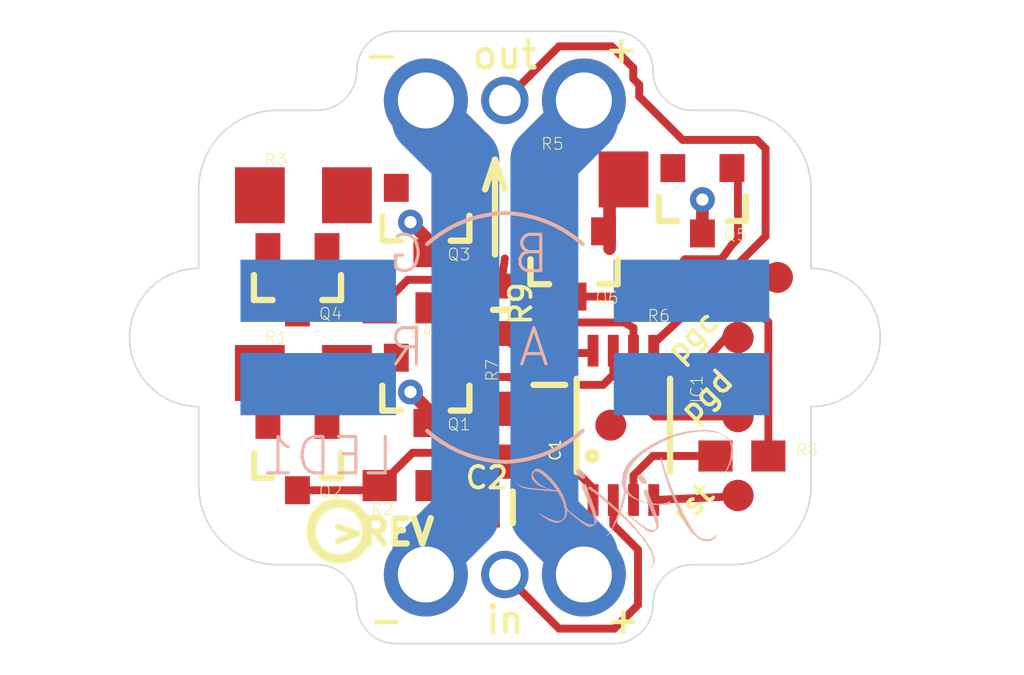
<source format=kicad_pcb>
(kicad_pcb (version 20211014) (generator pcbnew)
  (layers (0 "F.Cu" signal) (1 "In1.Cu" signal) (2 "In2.Cu" signal) (3 "In3.Cu" signal) (4 "In4.Cu" signal) (5 "In5.Cu" signal) (6 "In6.Cu" signal) (7 "In7.Cu" signal) (8 "In8.Cu" signal) (9 "In9.Cu" signal) (10 "In10.Cu" signal) (11 "In11.Cu" signal) (12 "In12.Cu" signal) (13 "In13.Cu" signal) (14 "In14.Cu" signal) (31 "B.Cu" signal) (34 "B.Paste" user) (35 "F.Paste" user) (36 "B.SilkS" user "B.Silkscreen") (37 "F.SilkS" user "F.Silkscreen") (38 "B.Mask" user) (39 "F.Mask" user) (44 "Edge.Cuts" user))
  (net 0 "")
  (net 1 "N$1")
  (net 2 "N$2")
  (net 3 "N$3")
  (net 4 "GND")
  (net 5 "5V")
  (net 6 "N$13")
  (net 7 "N$8")
  (net 8 "N$4")
  (net 9 "R")
  (net 10 "N$6")
  (net 11 "G")
  (net 12 "N$15")
  (net 13 "B")
  (net 14 "DIN")
  (net 15 "N$10")
  (net 16 "N$11")
  (net 17 "N$12")
  (net 18 "N$17")
  (net 19 "DGND")
  (net 20 "DOUT")
  (footprint "boardEagle:1X03-0.1PWR+SIG" (layer "F.Cu") (at 148.5011 97.3836 180)
    (fp_text reference "OUT0" hide)
    (fp_text value "" hide)
    (pad "P$1" thru_hole circle (at -2.54 0 180) (size 2.7 2.7) (drill 1.8) (layers *.Cu *.Mask) (net 5 "5V"))
    (pad "P$2" thru_hole circle (at 0 0 180) (size 1.524 1.524) (drill 1.016) (layers *.Cu *.Mask) (net 7 "N$8"))
    (pad "P$3" thru_hole circle (at 2.54 0 180) (size 2.7 2.7) (drill 1.8) (layers *.Cu *.Mask) (net 4 "GND"))
  )
  (footprint "boardEagle:FIDUCIAL_1MM" (layer "F.Cu") (at 151.9047 107.823)
    (fp_text reference "U$6" hide)
    (fp_text value "FIDUCIAL\"\"" hide)
    (pad "1" smd roundrect (at 0 0) (size 1 1) (layers "F.Cu" "F.Mask") (roundrect_rratio 0.5))
  )
  (footprint "boardEagle:1206" (layer "F.Cu") (at 142.0241 106.1466)
    (fp_text reference "R1" (at -1.27 -1.143) (layer "F.SilkS") (effects (font (size 0.376489 0.376489) (thickness 0.029911)) (justify left)))
    (fp_text value "1.74 0.25W")
    (pad "1" smd rect (at -1.4 0) (size 1.6 1.8) (layers "F.Cu" "F.Paste" "F.Mask") (net 4 "GND"))
    (pad "2" smd rect (at 1.4 0) (size 1.6 1.8) (layers "F.Cu" "F.Paste" "F.Mask") (net 8 "N$4"))
  )
  (footprint "boardEagle:SOT23-3" (layer "F.Cu") (at 150.7236 102.5906 180)
    (fp_text reference "Q6" (at -1.4605 -1.143) (layer "F.SilkS") (effects (font (size 0.376489 0.376489) (thickness 0.029911)) (justify right)))
    (fp_text value "MMBT2222A")
    (pad "1" smd rect (at -0.95 1 180) (size 0.8 0.9) (layers "F.Cu" "F.Paste" "F.Mask") (net 12 "N$15"))
    (pad "2" smd rect (at 0.95 1 180) (size 0.8 0.9) (layers "F.Cu" "F.Paste" "F.Mask") (net 4 "GND"))
    (pad "3" smd rect (at 0 -1.1 180) (size 0.8 0.9) (layers "F.Cu" "F.Paste" "F.Mask") (net 16 "N$11"))
  )
  (footprint "" (layer "F.Cu") (at 158.6611 105.0036)
    (fp_text reference "@HOLE1" hide)
    (fp_text value "" (at 0 0) (layer "F.SilkS") (effects (font (size 1.27 1.27))))
    (pad "" np_thru_hole circle (at 0 0) (size 2 2) (drill 2) (layers *.Cu *.Mask))
  )
  (footprint "boardEagle:_0805MP" (layer "F.Cu") (at 148.7551 110.4646)
    (fp_text reference "C2" (at -1.5875 -0.9525) (layer "F.SilkS") (effects (font (size 0.692831 0.692831) (thickness 0.119969)) (justify left)))
    (fp_text value "22uF,6.3V")
    (pad "1" smd rect (at -1.016 0) (size 1.2 1.3) (layers "F.Cu" "F.Paste" "F.Mask") (net 4 "GND"))
    (pad "2" smd rect (at 1.016 0) (size 1.2 1.3) (layers "F.Cu" "F.Paste" "F.Mask") (net 5 "5V"))
  )
  (footprint "boardEagle:1206" (layer "F.Cu") (at 150.9141 99.9236)
    (fp_text reference "R5" (at -1.27 -1.143) (layer "F.SilkS") (effects (font (size 0.376489 0.376489) (thickness 0.029911)) (justify left)))
    (fp_text value "1.74 0.25W")
    (pad "1" smd rect (at -1.4 0) (size 1.6 1.8) (layers "F.Cu" "F.Paste" "F.Mask") (net 4 "GND"))
    (pad "2" smd rect (at 1.4 0) (size 1.6 1.8) (layers "F.Cu" "F.Paste" "F.Mask") (net 12 "N$15"))
  )
  (footprint "boardEagle:0603-RES" (layer "F.Cu") (at 145.3261 109.7661 180)
    (fp_text reference "R2" (at 0.381 -0.762) (layer "F.SilkS") (effects (font (size 0.376489 0.376489) (thickness 0.029911)) (justify right)))
    (fp_text value "47k")
    (pad "1" smd rect (at -0.85 0 180) (size 1.1 1) (layers "F.Cu" "F.Paste" "F.Mask") (net 9 "R"))
    (pad "2" smd rect (at 0.85 0 180) (size 1.1 1) (layers "F.Cu" "F.Paste" "F.Mask") (net 18 "N$17"))
  )
  (footprint "boardEagle:ALIGN_CROSS" (layer "F.Cu") (at 138.6586 95.1611)
    (fp_text reference "U$1" hide)
    (fp_text value "ALIGN_CROSS" hide)
  )
  (footprint "boardEagle:_0805MP" (layer "F.Cu") (at 149.92985 106.5276 90)
    (fp_text reference "C1" (at -2.4765 0.1905 90) (layer "F.SilkS") (effects (font (size 0.35308 0.35308) (thickness 0.05332)) (justify left)))
    (fp_text value "22uF,6.3V" hide)
    (pad "1" smd rect (at -1.016 0 90) (size 1.2 1.3) (layers "F.Cu" "F.Paste" "F.Mask") (net 6 "N$13"))
    (pad "2" smd rect (at 1.016 0 90) (size 1.2 1.3) (layers "F.Cu" "F.Paste" "F.Mask") (net 19 "DGND"))
  )
  (footprint "boardEagle:MSOP-8" (layer "F.Cu") (at 152.3111 107.82935)
    (fp_text reference "IC1" (at 2.3575 -0.6875 90) (layer "F.SilkS") (effects (font (size 0.376489 0.376489) (thickness 0.029911)) (justify left)))
    (fp_text value "PIC12(L)F157X")
    (pad "1" smd rect (at -0.975 2.4) (size 0.35 1.02) (layers "F.Cu" "F.Paste" "F.Mask") (net 6 "N$13"))
    (pad "2" smd rect (at -0.325 2.4) (size 0.35 1.02) (layers "F.Cu" "F.Paste" "F.Mask") (net 14 "DIN"))
    (pad "3" smd rect (at 0.325 2.4) (size 0.35 1.02) (layers "F.Cu" "F.Paste" "F.Mask") (net 20 "DOUT"))
    (pad "4" smd rect (at 0.975 2.4) (size 0.35 1.02) (layers "F.Cu" "F.Paste" "F.Mask") (net 15 "N$10"))
    (pad "5" smd rect (at 0.975 -2.4) (size 0.35 1.02) (layers "F.Cu" "F.Paste" "F.Mask") (net 13 "B"))
    (pad "6" smd rect (at 0.325 -2.4) (size 0.35 1.02) (layers "F.Cu" "F.Paste" "F.Mask") (net 11 "G"))
    (pad "7" smd rect (at -0.325 -2.4) (size 0.35 1.02) (layers "F.Cu" "F.Paste" "F.Mask") (net 9 "R"))
    (pad "8" smd rect (at -0.975 -2.4) (size 0.35 1.02) (layers "F.Cu" "F.Paste" "F.Mask") (net 19 "DGND"))
  )
  (footprint "boardEagle:1X03-0.1PWR+SIG" (layer "F.Cu") (at 148.5011 112.6236 180)
    (fp_text reference "IN0" hide)
    (fp_text value "" hide)
    (pad "P$1" thru_hole circle (at -2.54 0 180) (size 2.7 2.7) (drill 1.8) (layers *.Cu *.Mask) (net 5 "5V"))
    (pad "P$2" thru_hole circle (at 0 0 180) (size 1.524 1.524) (drill 1.016) (layers *.Cu *.Mask) (net 14 "DIN"))
    (pad "P$3" thru_hole circle (at 2.54 0 180) (size 2.7 2.7) (drill 1.8) (layers *.Cu *.Mask) (net 4 "GND"))
  )
  (footprint "boardEagle:PCBFEAT-REV-040" (layer "F.Cu") (at 143.1671 111.2266)
    (fp_text reference "U$8" hide)
    (fp_text value "" hide)
    (fp_text user ">REV" (at -0.3556 0.508) (layer "F.SilkS") (effects (font (size 0.8128 0.8128) (thickness 0.2032)) (justify left bottom)))
  )
  (footprint "boardEagle:ALIGN_CROSS" (layer "F.Cu") (at 158.3436 95.1611)
    (fp_text reference "U$2" hide)
    (fp_text value "ALIGN_CROSS" hide)
  )
  (footprint "boardEagle:_0603MP" (layer "F.Cu") (at 148.3741 104.1146 -90)
    (fp_text reference "R9" (at -0.9525 -0.635 90) (layer "F.SilkS") (effects (font (size 0.692831 0.692831) (thickness 0.119969)) (justify right)))
    (fp_text value "100")
    (pad "1" smd rect (at -0.762 0 270) (size 0.8 0.8) (layers "F.Cu" "F.Paste" "F.Mask") (net 4 "GND"))
    (pad "2" smd rect (at 0.762 0 270) (size 0.8 0.8) (layers "F.Cu" "F.Paste" "F.Mask") (net 19 "DGND"))
  )
  (footprint "boardEagle:0603-RES" (layer "F.Cu") (at 145.3261 104.0511 180)
    (fp_text reference "R4" (at -0.889 -0.762) (layer "F.SilkS") (effects (font (size 0.376489 0.376489) (thickness 0.029911)) (justify right)))
    (fp_text value "47k")
    (pad "1" smd rect (at -0.85 0 180) (size 1.1 1) (layers "F.Cu" "F.Paste" "F.Mask") (net 11 "G"))
    (pad "2" smd rect (at 0.85 0 180) (size 1.1 1) (layers "F.Cu" "F.Paste" "F.Mask") (net 17 "N$12"))
  )
  (footprint "boardEagle:PAD.03X.04" (layer "F.Cu") (at 155.9941 107.5436)
    (fp_text reference "PGD0" hide)
    (fp_text value "TEST-POINT3X4" hide)
    (pad "P$1" smd roundrect (at 0 0) (size 1.016 1.016) (layers "F.Cu" "F.Mask") (roundrect_rratio 0.5) (net 9 "R"))
  )
  (footprint "boardEagle:SOT23-3" (layer "F.Cu") (at 154.8511 100.5586 180)
    (fp_text reference "Q5" (at -1.4605 -1.143) (layer "F.SilkS") (effects (font (size 0.376489 0.376489) (thickness 0.029911)) (justify right)))
    (fp_text value "IRLML2060TRPBF")
    (pad "1" smd rect (at -0.95 1 180) (size 0.8 0.9) (layers "F.Cu" "F.Paste" "F.Mask") (net 16 "N$11"))
    (pad "2" smd rect (at 0.95 1 180) (size 0.8 0.9) (layers "F.Cu" "F.Paste" "F.Mask") (net 12 "N$15"))
    (pad "3" smd rect (at 0 -1.1 180) (size 0.8 0.9) (layers "F.Cu" "F.Paste" "F.Mask") (net 3 "N$3"))
  )
  (footprint "boardEagle:FIDUCIAL_1MM" (layer "F.Cu") (at 157.2641 103.0732)
    (fp_text reference "U$7" hide)
    (fp_text value "FIDUCIAL\"\"" hide)
    (pad "1" smd roundrect (at 0 0) (size 1 1) (layers "F.Cu" "F.Mask") (roundrect_rratio 0.5))
  )
  (footprint "boardEagle:SOT23-3" (layer "F.Cu") (at 141.8336 108.8136 180)
    (fp_text reference "Q2" (at -1.4605 -1.143) (layer "F.SilkS") (effects (font (size 0.376489 0.376489) (thickness 0.029911)) (justify right)))
    (fp_text value "MMBT2222A")
    (pad "1" smd rect (at -0.95 1 180) (size 0.8 0.9) (layers "F.Cu" "F.Paste" "F.Mask") (net 8 "N$4"))
    (pad "2" smd rect (at 0.95 1 180) (size 0.8 0.9) (layers "F.Cu" "F.Paste" "F.Mask") (net 4 "GND"))
    (pad "3" smd rect (at 0 -1.1 180) (size 0.8 0.9) (layers "F.Cu" "F.Paste" "F.Mask") (net 18 "N$17"))
  )
  (footprint "boardEagle:SOT23-3" (layer "F.Cu") (at 145.9611 106.6546 180)
    (fp_text reference "Q1" (at -1.4605 -1.143) (layer "F.SilkS") (effects (font (size 0.376489 0.376489) (thickness 0.029911)) (justify right)))
    (fp_text value "IRLML2060TRPBF")
    (pad "1" smd rect (at -0.95 1 180) (size 0.8 0.9) (layers "F.Cu" "F.Paste" "F.Mask") (net 18 "N$17"))
    (pad "2" smd rect (at 0.95 1 180) (size 0.8 0.9) (layers "F.Cu" "F.Paste" "F.Mask") (net 8 "N$4"))
    (pad "3" smd rect (at 0 -1.1 180) (size 0.8 0.9) (layers "F.Cu" "F.Paste" "F.Mask") (net 1 "N$1"))
  )
  (footprint "boardEagle:1206" (layer "F.Cu") (at 142.0241 100.4316)
    (fp_text reference "R3" (at -1.27 -1.143) (layer "F.SilkS") (effects (font (size 0.376489 0.376489) (thickness 0.029911)) (justify left)))
    (fp_text value "1.74 0.25W")
    (pad "1" smd rect (at -1.4 0) (size 1.6 1.8) (layers "F.Cu" "F.Paste" "F.Mask") (net 4 "GND"))
    (pad "2" smd rect (at 1.4 0) (size 1.6 1.8) (layers "F.Cu" "F.Paste" "F.Mask") (net 10 "N$6"))
  )
  (footprint "" (layer "F.Cu") (at 138.3411 105.0036)
    (fp_text reference "@HOLE0" hide)
    (fp_text value "" (at 0 0) (layer "F.SilkS") (effects (font (size 1.27 1.27))))
    (pad "" np_thru_hole circle (at 0 0) (size 2 2) (drill 2) (layers *.Cu *.Mask))
  )
  (footprint "boardEagle:0603-RES" (layer "F.Cu") (at 154.2161 103.5431 180)
    (fp_text reference "R6" (at 0.381 -0.762) (layer "F.SilkS") (effects (font (size 0.376489 0.376489) (thickness 0.029911)) (justify right)))
    (fp_text value "47k")
    (pad "1" smd rect (at -0.85 0 180) (size 1.1 1) (layers "F.Cu" "F.Paste" "F.Mask") (net 13 "B"))
    (pad "2" smd rect (at 0.85 0 180) (size 1.1 1) (layers "F.Cu" "F.Paste" "F.Mask") (net 16 "N$11"))
  )
  (footprint "boardEagle:0603-RES" (layer "F.Cu") (at 148.27885 108.14685 -90)
    (fp_text reference "R7" (at -2.4765 0.1905 90) (layer "F.SilkS") (effects (font (size 0.376489 0.376489) (thickness 0.029911)) (justify right)))
    (fp_text value "100")
    (pad "1" smd rect (at -0.85 0 270) (size 1.1 1) (layers "F.Cu" "F.Paste" "F.Mask") (net 6 "N$13"))
    (pad "2" smd rect (at 0.85 0 270) (size 1.1 1) (layers "F.Cu" "F.Paste" "F.Mask") (net 5 "5V"))
  )
  (footprint "boardEagle:PAD.03X.04" (layer "F.Cu") (at 155.9941 110.0836)
    (fp_text reference "!MCLR0" hide)
    (fp_text value "TEST-POINT3X4" hide)
    (pad "P$1" smd roundrect (at 0 0) (size 1.016 1.016) (layers "F.Cu" "F.Mask") (roundrect_rratio 0.5) (net 15 "N$10"))
  )
  (footprint "boardEagle:PAD.03X.04" (layer "F.Cu") (at 155.9941 105.0036)
    (fp_text reference "PGC0" hide)
    (fp_text value "TEST-POINT3X4" hide)
    (pad "P$1" smd roundrect (at 0 0) (size 1.016 1.016) (layers "F.Cu" "F.Mask") (roundrect_rratio 0.5) (net 11 "G"))
  )
  (footprint "boardEagle:SOT23-3" (layer "F.Cu") (at 145.9611 101.1936 180)
    (fp_text reference "Q3" (at -1.4605 -1.143) (layer "F.SilkS") (effects (font (size 0.376489 0.376489) (thickness 0.029911)) (justify right)))
    (fp_text value "IRLML2060TRPBF")
    (pad "1" smd rect (at -0.95 1 180) (size 0.8 0.9) (layers "F.Cu" "F.Paste" "F.Mask") (net 17 "N$12"))
    (pad "2" smd rect (at 0.95 1 180) (size 0.8 0.9) (layers "F.Cu" "F.Paste" "F.Mask") (net 10 "N$6"))
    (pad "3" smd rect (at 0 -1.1 180) (size 0.8 0.9) (layers "F.Cu" "F.Paste" "F.Mask") (net 2 "N$2"))
  )
  (footprint "boardEagle:ALIGN_CROSS" (layer "F.Cu") (at 158.3436 114.8461)
    (fp_text reference "U$4" hide)
    (fp_text value "ALIGN_CROSS" hide)
  )
  (footprint "boardEagle:0603-RES" (layer "F.Cu") (at 156.1211 108.8136 180)
    (fp_text reference "R8" (at -2.4765 0.1905) (layer "F.SilkS") (effects (font (size 0.376489 0.376489) (thickness 0.029911)) (justify right)))
    (fp_text value "33")
    (pad "1" smd rect (at -0.85 0 180) (size 1.1 1) (layers "F.Cu" "F.Paste" "F.Mask") (net 7 "N$8"))
    (pad "2" smd rect (at 0.85 0 180) (size 1.1 1) (layers "F.Cu" "F.Paste" "F.Mask") (net 20 "DOUT"))
  )
  (footprint "boardEagle:SOT23-3" (layer "F.Cu") (at 141.8336 103.0986 180)
    (fp_text reference "Q4" (at -1.4605 -1.143) (layer "F.SilkS") (effects (font (size 0.376489 0.376489) (thickness 0.029911)) (justify right)))
    (fp_text value "MMBT2222A")
    (pad "1" smd rect (at -0.95 1 180) (size 0.8 0.9) (layers "F.Cu" "F.Paste" "F.Mask") (net 10 "N$6"))
    (pad "2" smd rect (at 0.95 1 180) (size 0.8 0.9) (layers "F.Cu" "F.Paste" "F.Mask") (net 4 "GND"))
    (pad "3" smd rect (at 0 -1.1 180) (size 0.8 0.9) (layers "F.Cu" "F.Paste" "F.Mask") (net 17 "N$12"))
  )
  (footprint "boardEagle:ALIGN_CROSS" (layer "F.Cu") (at 138.6586 114.8461)
    (fp_text reference "U$3" hide)
    (fp_text value "ALIGN_CROSS" hide)
  )
  (footprint "boardEagle:PIXIE-LOGO" (layer "B.Cu") (at 155.08605 111.4425 175)
    (fp_text reference "U$5" hide)
    (fp_text value "PIXIE-LOGO" hide)
  )
  (footprint "boardEagle:RGBLED3W4PIN" (layer "B.Cu") (at 148.5011 105.0036)
    (fp_text reference "LED1" (at -3.5 4.5 180) (layer "B.SilkS") (effects (font (size 1.1684 1.1684) (thickness 0.1016)) (justify left bottom mirror)))
    (fp_text value "RGBLED_CA" hide)
    (fp_text user "A" (at 1.5 1 180) (layer "B.SilkS") (effects (font (size 1.1684 1.1684) (thickness 0.1016)) (justify left bottom mirror)))
    (fp_text user "R" (at -2.5 1 180) (layer "B.SilkS") (effects (font (size 1.1684 1.1684) (thickness 0.1016)) (justify left bottom mirror)))
    (fp_text user "G" (at -2.5 -2 180) (layer "B.SilkS") (effects (font (size 1.1684 1.1684) (thickness 0.1016)) (justify left bottom mirror)))
    (fp_text user "B" (at 1.5 -2 180) (layer "B.SilkS") (effects (font (size 1.1684 1.1684) (thickness 0.1016)) (justify left bottom mirror)))
    (pad "ANODE" smd rect (at 6 1.5) (size 5 2) (layers "B.Cu" "B.Paste" "B.Mask") (net 5 "5V"))
    (pad "B" smd rect (at 6 -1.5) (size 5 2) (layers "B.Cu" "B.Paste" "B.Mask") (net 3 "N$3"))
    (pad "G" smd rect (at -6 -1.5) (size 5 2) (layers "B.Cu" "B.Paste" "B.Mask") (net 2 "N$2"))
    (pad "R" smd rect (at -6 1.5) (size 5 2) (layers "B.Cu" "B.Paste" "B.Mask") (net 1 "N$1"))
  )
  (gr_line (start 148.1836 99.2886) (end 148.5011 100.2411) (layer "F.SilkS") (width 0.2032))
  (gr_line (start 148.1836 102.3366) (end 148.1836 99.2886) (layer "F.SilkS") (width 0.2032))
  (gr_line (start 148.1836 99.2886) (end 147.8661 100.2411) (layer "F.SilkS") (width 0.2032))
  (gr_line (start 145.0086 95.1611) (end 151.9936 95.1611) (layer "Edge.Cuts") (width 0.05))
  (gr_line (start 155.8036 112.3061) (end 154.5336 112.3061) (layer "Edge.Cuts") (width 0.05))
  (gr_arc (start 143.7386 96.4311) (mid 143.366626 97.329126) (end 142.4686 97.7011) (layer "Edge.Cuts") (width 0.05))
  (gr_arc (start 142.4686 112.3061) (mid 143.366626 112.678074) (end 143.7386 113.5761) (layer "Edge.Cuts") (width 0.05))
  (gr_line (start 141.1986 112.3061) (end 142.4686 112.3061) (layer "Edge.Cuts") (width 0.05))
  (gr_line (start 158.3436 102.7811) (end 158.3436 100.2411) (layer "Edge.Cuts") (width 0.05))
  (gr_arc (start 145.0086 114.8461) (mid 144.110574 114.474126) (end 143.7386 113.5761) (layer "Edge.Cuts") (width 0.05))
  (gr_arc (start 158.3436 102.7811) (mid 160.5661 105.0036) (end 158.3436 107.2261) (layer "Edge.Cuts") (width 0.05))
  (gr_line (start 158.3436 109.7661) (end 158.3436 107.2261) (layer "Edge.Cuts") (width 0.05))
  (gr_arc (start 143.7386 96.4311) (mid 144.110574 95.533074) (end 145.0086 95.1611) (layer "Edge.Cuts") (width 0.05))
  (gr_line (start 141.1986 97.7011) (end 142.4686 97.7011) (layer "Edge.Cuts") (width 0.05))
  (gr_arc (start 153.2636 113.5761) (mid 152.891626 114.474126) (end 151.9936 114.8461) (layer "Edge.Cuts") (width 0.05))
  (gr_arc (start 138.6586 100.2411) (mid 139.402549 98.445049) (end 141.1986 97.7011) (layer "Edge.Cuts") (width 0.05))
  (gr_arc (start 151.9936 95.1611) (mid 152.891626 95.533074) (end 153.2636 96.4311) (layer "Edge.Cuts") (width 0.05))
  (gr_line (start 138.6586 107.2261) (end 138.6586 109.7661) (layer "Edge.Cuts") (width 0.05))
  (gr_line (start 145.0086 114.8461) (end 151.9936 114.8461) (layer "Edge.Cuts") (width 0.05))
  (gr_arc (start 141.1986 112.3061) (mid 139.402549 111.562151) (end 138.6586 109.7661) (layer "Edge.Cuts") (width 0.05))
  (gr_arc (start 138.6586 107.2261) (mid 136.4361 105.0036) (end 138.6586 102.7811) (layer "Edge.Cuts") (width 0.05))
  (gr_line (start 155.8036 97.7011) (end 154.5336 97.7011) (layer "Edge.Cuts") (width 0.05))
  (gr_arc (start 155.8036 97.7011) (mid 157.599651 98.445049) (end 158.3436 100.2411) (layer "Edge.Cuts") (width 0.05))
  (gr_line (start 138.6586 100.2411) (end 138.6586 102.7811) (layer "Edge.Cuts") (width 0.05))
  (gr_arc (start 153.2636 113.5761) (mid 153.635574 112.678074) (end 154.5336 112.3061) (layer "Edge.Cuts") (width 0.05))
  (gr_arc (start 154.5336 97.7011) (mid 153.635574 97.329126) (end 153.2636 96.4311) (layer "Edge.Cuts") (width 0.05))
  (gr_arc (start 158.3436 109.7661) (mid 157.599651 111.562151) (end 155.8036 112.3061) (layer "Edge.Cuts") (width 0.05))
  (gr_text "rst" (at 154.24785 110.0836 45) (layer "F.SilkS") (effects (font (size 0.69088 0.69088) (thickness 0.12192)) (justify top)))
  (gr_text "pgc" (at 154.24785 104.6861 45) (layer "F.SilkS") (effects (font (size 0.69088 0.69088) (thickness 0.12192)) (justify top)))
  (gr_text "in" (at 148.5011 113.5761) (layer "F.SilkS") (effects (font (size 0.8636 0.8636) (thickness 0.1524)) (justify top)))
  (gr_text "+" (at 151.6761 96.4311 90) (layer "F.SilkS") (effects (font (size 0.8636 0.8636) (thickness 0.1524)) (justify left top)))
  (gr_text "+" (at 151.6761 113.5761) (layer "F.SilkS") (effects (font (size 0.8636 0.8636) (thickness 0.1524)) (justify left top)))
  (gr_text "out" (at 148.5011 96.4311) (layer "F.SilkS") (effects (font (size 0.8636 0.8636) (thickness 0.1524)) (justify bottom)))
  (gr_text "-" (at 145.16735 96.4311) (layer "F.SilkS") (effects (font (size 0.8636 0.8636) (thickness 0.1524)) (justify right bottom)))
  (gr_text "-" (at 145.3261 113.5761) (layer "F.SilkS") (effects (font (size 0.8636 0.8636) (thickness 0.1524)) (justify right top)))
  (gr_text "pgd" (at 154.69235 106.5911 45) (layer "F.SilkS") (effects (font (size 0.69088 0.69088) (thickness 0.12192)) (justify top)))
  (segment (start 145.9611 107.2515) (end 145.4658 106.7562) (width 0.4064) (layer "F.Cu") (net 1))
  (segment (start 145.9611 107.7546) (end 145.9611 107.2515) (width 0.4064) (layer "F.Cu") (net 1))
  (via (at 145.4658 106.7562) (size 0.8001) (drill 0.3937) (layers "F.Cu" "B.Cu") (net 1))
  (segment (start 145.9611 101.7905) (end 145.4658 101.2952) (width 0.4064) (layer "F.Cu") (net 2))
  (segment (start 145.9611 102.2936) (end 145.9611 101.7905) (width 0.4064) (layer "F.Cu") (net 2))
  (via (at 145.4658 101.2952) (size 0.8001) (drill 0.3937) (layers "F.Cu" "B.Cu") (net 2))
  (segment (start 154.8511 101.6586) (end 154.8511 100.5713) (width 0.4064) (layer "F.Cu") (net 3))
  (via (at 154.8511 100.5713) (size 0.8001) (drill 0.3937) (layers "F.Cu" "B.Cu") (net 3))
  (segment (start 148.3741 103.3526) (end 148.5011 102.4636) (width 0.254) (layer "F.Cu") (net 4))
  (segment (start 147.2311 110.7186) (end 147.2311 99.2886) (width 2.1844) (layer "B.Cu") (net 4))
  (segment (start 147.2311 99.2886) (end 145.9611 98.0186) (width 2.1844) (layer "B.Cu") (net 4))
  (segment (start 145.9611 112.6236) (end 145.9611 111.9886) (width 2.1844) (layer "B.Cu") (net 4))
  (segment (start 145.9611 111.9886) (end 147.2311 110.7186) (width 2.1844) (layer "B.Cu") (net 4))
  (segment (start 145.9611 98.0186) (end 145.9611 97.3836) (width 2.1844) (layer "B.Cu") (net 4))
  (segment (start 149.7711 110.4646) (end 149.4011 109.8651) (width 0.254) (layer "F.Cu") (net 5))
  (segment (start 151.0411 112.1046) (end 151.0411 112.6236) (width 1.016) (layer "F.Cu") (net 5))
  (segment (start 149.4011 109.8651) (end 148.27885 108.99685) (width 0.254) (layer "F.Cu") (net 5))
  (segment (start 149.7711 110.4646) (end 151.0411 112.1046) (width 1.016) (layer "F.Cu") (net 5))
  (segment (start 151.0411 112.6236) (end 151.0411 111.9886) (width 2.1844) (layer "B.Cu") (net 5))
  (segment (start 151.0411 97.3836) (end 151.0411 98.0186) (width 2.1844) (layer "B.Cu") (net 5))
  (segment (start 151.0411 111.9886) (end 149.7711 110.7186) (width 2.1844) (layer "B.Cu") (net 5))
  (segment (start 151.0411 98.0186) (end 149.7711 99.2886) (width 2.1844) (layer "B.Cu") (net 5))
  (segment (start 149.7711 99.2886) (end 149.7711 110.7186) (width 2.1844) (layer "B.Cu") (net 5))
  (segment (start 151.2951 109.80885) (end 151.2951 110.2106) (width 0.254) (layer "F.Cu") (net 6))
  (segment (start 148.27885 107.29685) (end 149.8066 107.29685) (width 0.254) (layer "F.Cu") (net 6))
  (segment (start 149.92985 107.5436) (end 149.9391 108.45285) (width 0.254) (layer "F.Cu") (net 6))
  (segment (start 151.2951 110.2106) (end 151.3361 110.22935) (width 0.254) (layer "F.Cu") (net 6))
  (segment (start 149.9391 108.45285) (end 151.2951 109.80885) (width 0.254) (layer "F.Cu") (net 6))
  (segment (start 149.92985 107.5436) (end 149.8066 107.29685) (width 0.254) (layer "F.Cu") (net 6))
  (segment (start 152.6286 96.6851) (end 152.6286 96.33585) (width 0.254) (layer "F.Cu") (net 7))
  (segment (start 152.6286 96.33585) (end 151.93645 95.6437) (width 0.254) (layer "F.Cu") (net 7))
  (segment (start 152.8191 96.8756) (end 152.6286 96.6851) (width 0.254) (layer "F.Cu") (net 7))
  (segment (start 156.9711 104.5074) (end 156.0703 103.6066) (width 0.254) (layer "F.Cu") (net 7))
  (segment (start 156.8831 98.933) (end 156.6037 98.6536) (width 0.254) (layer "F.Cu") (net 7))
  (segment (start 156.6037 98.6536) (end 154.2161 98.6536) (width 0.254) (layer "F.Cu") (net 7))
  (segment (start 150.241 95.6437) (end 148.5011 97.3836) (width 0.254) (layer "F.Cu") (net 7))
  (segment (start 156.0703 103.6066) (end 156.0703 102.5652) (width 0.254) (layer "F.Cu") (net 7))
  (segment (start 156.8831 101.7524) (end 156.8831 98.933) (width 0.254) (layer "F.Cu") (net 7))
  (segment (start 152.8191 96.8756) (end 152.8191 97.2566) (width 0.254) (layer "F.Cu") (net 7))
  (segment (start 151.93645 95.6437) (end 150.241 95.6437) (width 0.254) (layer "F.Cu") (net 7))
  (segment (start 156.9711 108.8136) (end 156.9711 104.5074) (width 0.254) (layer "F.Cu") (net 7))
  (segment (start 156.0703 102.5652) (end 156.8831 101.7524) (width 0.254) (layer "F.Cu") (net 7))
  (segment (start 152.8191 97.2566) (end 154.2161 98.6536) (width 0.254) (layer "F.Cu") (net 7))
  (segment (start 143.1511 106.6736) (end 143.4241 106.1466) (width 0.4064) (layer "F.Cu") (net 8))
  (segment (start 151.9861 106.2026) (end 151.6611 106.5276) (width 0.254) (layer "F.Cu") (net 9))
  (segment (start 146.4056 109.7661) (end 146.1761 109.7661) (width 0.254) (layer "F.Cu") (net 9))
  (segment (start 146.5072 109.7661) (end 146.1761 109.7661) (width 0.254) (layer "F.Cu") (net 9))
  (segment (start 153.3271 107.5436) (end 151.9861 106.2026) (width 0.254) (layer "F.Cu") (net 9))
  (segment (start 146.3294 109.7661) (end 146.1761 109.7661) (width 0.254) (layer "F.Cu") (net 9))
  (segment (start 147.3581 108.8136) (end 146.4056 109.7661) (width 0.254) (layer "F.Cu") (net 9))
  (segment (start 149.2631 106.5276) (end 148.6281 106.2736) (width 0.254) (layer "F.Cu") (net 9))
  (segment (start 151.9861 105.42935) (end 151.9861 106.2026) (width 0.254) (layer "F.Cu") (net 9))
  (segment (start 147.7137 106.2736) (end 147.3581 106.6292) (width 0.254) (layer "F.Cu") (net 9))
  (segment (start 151.6611 106.5276) (end 149.2631 106.5276) (width 0.254) (layer "F.Cu") (net 9))
  (segment (start 148.6281 106.2736) (end 147.7137 106.2736) (width 0.254) (layer "F.Cu") (net 9))
  (segment (start 147.3581 106.6292) (end 147.3581 108.8136) (width 0.254) (layer "F.Cu") (net 9))
  (segment (start 155.9941 107.5436) (end 153.3271 107.5436) (width 0.254) (layer "F.Cu") (net 9))
  (segment (start 155.6131 105.0036) (end 154.3939 106.3498) (width 0.254) (layer "F.Cu") (net 11))
  (segment (start 154.3939 106.3498) (end 152.8953 106.3498) (width 0.254) (layer "F.Cu") (net 11))
  (segment (start 152.8953 106.3498) (end 152.6286 106.0831) (width 0.254) (layer "F.Cu") (net 11))
  (segment (start 149.2631 104.1146) (end 146.2396 104.1146) (width 0.2032) (layer "F.Cu") (net 11))
  (segment (start 146.1761 104.0756) (end 146.1761 104.0511) (width 0.254) (layer "F.Cu") (net 11))
  (segment (start 152.6361 104.6936) (end 152.3365 104.521) (width 0.254) (layer "F.Cu") (net 11))
  (segment (start 152.6361 105.42935) (end 152.6361 104.6936) (width 0.254) (layer "F.Cu") (net 11))
  (segment (start 155.9941 105.0036) (end 155.6131 105.0036) (width 0.254) (layer "F.Cu") (net 11))
  (segment (start 152.6286 106.0831) (end 152.6286 105.30985) (width 0.254) (layer "F.Cu") (net 11))
  (segment (start 149.6695 104.521) (end 149.2631 104.1146) (width 0.254) (layer "F.Cu") (net 11))
  (segment (start 146.2396 104.1146) (end 146.1761 104.0511) (width 0.254) (layer "F.Cu") (net 11))
  (segment (start 152.6286 105.30985) (end 152.6361 105.42935) (width 0.254) (layer "F.Cu") (net 11))
  (segment (start 152.3365 104.521) (end 149.6695 104.521) (width 0.254) (layer "F.Cu") (net 11))
  (segment (start 151.8661 102.1486) (end 151.8661 100.4986) (width 0.4064) (layer "F.Cu") (net 12))
  (segment (start 151.8661 100.4986) (end 152.3141 99.9236) (width 0.4064) (layer "F.Cu") (net 12))
  (segment (start 153.2861 105.42935) (end 153.2861 105.1961) (width 0.254) (layer "F.Cu") (net 13))
  (segment (start 153.2861 105.1961) (end 155.0661 103.5431) (width 0.254) (layer "F.Cu") (net 13))
  (segment (start 152.781 113.6015) (end 152.019 114.3635) (width 0.254) (layer "F.Cu") (net 14))
  (segment (start 152.781 111.8235) (end 152.781 113.6015) (width 0.254) (layer "F.Cu") (net 14))
  (segment (start 151.9861 111.0286) (end 152.781 111.8235) (width 0.254) (layer "F.Cu") (net 14))
  (segment (start 152.019 114.3635) (end 150.241 114.3635) (width 0.254) (layer "F.Cu") (net 14))
  (segment (start 151.9861 110.22935) (end 151.9861 111.0286) (width 0.254) (layer "F.Cu") (net 14))
  (segment (start 150.241 114.3635) (end 148.5011 112.6236) (width 0.254) (layer "F.Cu") (net 14))
  (segment (start 153.2861 110.22935) (end 156.10235 110.10235) (width 0.254) (layer "F.Cu") (net 15))
  (segment (start 156.10235 110.10235) (end 155.9941 110.0836) (width 0.254) (layer "F.Cu") (net 15))
  (segment (start 153.2186 103.6906) (end 153.3661 103.5431) (width 0.254) (layer "F.Cu") (net 16))
  (segment (start 155.9941 101.8286) (end 155.9941 99.6696) (width 0.254) (layer "F.Cu") (net 16))
  (segment (start 155.8011 102.0216) (end 155.9941 101.8286) (width 0.254) (layer "F.Cu") (net 16))
  (segment (start 155.4607 102.489) (end 155.8011 102.0216) (width 0.254) (layer "F.Cu") (net 16))
  (segment (start 155.9941 99.6696) (end 155.8011 99.5586) (width 0.254) (layer "F.Cu") (net 16))
  (segment (start 154.2932 102.489) (end 155.4607 102.489) (width 0.254) (layer "F.Cu") (net 16))
  (segment (start 150.7236 103.6906) (end 153.2186 103.6906) (width 0.254) (layer "F.Cu") (net 16))
  (segment (start 153.3661 103.5431) (end 154.2932 102.489) (width 0.254) (layer "F.Cu") (net 16))
  (segment (start 145.3778 103.1494) (end 146.5453 103.1494) (width 0.254) (layer "F.Cu") (net 17))
  (segment (start 146.9111 102.7836) (end 146.9111 100.1936) (width 0.254) (layer "F.Cu") (net 17))
  (segment (start 144.4761 104.0511) (end 145.3778 103.1494) (width 0.254) (layer "F.Cu") (net 17))
  (segment (start 141.8336 104.1986) (end 144.3286 104.1986) (width 0.254) (layer "F.Cu") (net 17))
  (segment (start 144.3286 104.1986) (end 144.4761 104.0511) (width 0.254) (layer "F.Cu") (net 17))
  (segment (start 146.5453 103.1494) (end 146.9111 102.7836) (width 0.254) (layer "F.Cu") (net 17))
  (segment (start 141.8336 109.9136) (end 144.3286 109.9136) (width 0.254) (layer "F.Cu") (net 18))
  (segment (start 146.8501 105.9086) (end 146.9111 105.6546) (width 0.254) (layer "F.Cu") (net 18))
  (segment (start 146.6977 108.712) (end 146.8501 108.5596) (width 0.254) (layer "F.Cu") (net 18))
  (segment (start 144.3286 109.9136) (end 144.4761 109.7661) (width 0.254) (layer "F.Cu") (net 18))
  (segment (start 146.8501 108.5596) (end 146.8501 105.9086) (width 0.254) (layer "F.Cu") (net 18))
  (segment (start 144.4761 109.7661) (end 145.5302 108.712) (width 0.254) (layer "F.Cu") (net 18))
  (segment (start 145.5302 108.712) (end 146.6977 108.712) (width 0.254) (layer "F.Cu") (net 18))
  (segment (start 149.92985 105.5116) (end 149.0091 105.5006) (width 0.254) (layer "F.Cu") (net 19))
  (segment (start 151.3361 105.5006) (end 151.3361 105.42935) (width 0.254) (layer "F.Cu") (net 19))
  (segment (start 148.3741 105.02435) (end 148.3741 104.8766) (width 0.254) (layer "F.Cu") (net 19))
  (segment (start 149.92985 105.5116) (end 151.3361 105.5006) (width 0.254) (layer "F.Cu") (net 19))
  (segment (start 149.0091 105.5006) (end 148.3741 104.8766) (width 0.254) (layer "F.Cu") (net 19))
  (segment (start 151.31735 105.3211) (end 151.3361 105.42935) (width 0.254) (layer "F.Cu") (net 19))
  (segment (start 153.2636 108.8136) (end 155.2711 108.8136) (width 0.254) (layer "F.Cu") (net 20))
  (segment (start 152.6361 110.22935) (end 152.6361 109.4411) (width 0.254) (layer "F.Cu") (net 20))
  (segment (start 152.6361 109.4411) (end 153.2636 108.8136) (width 0.254) (layer "F.Cu") (net 20))
)
</source>
